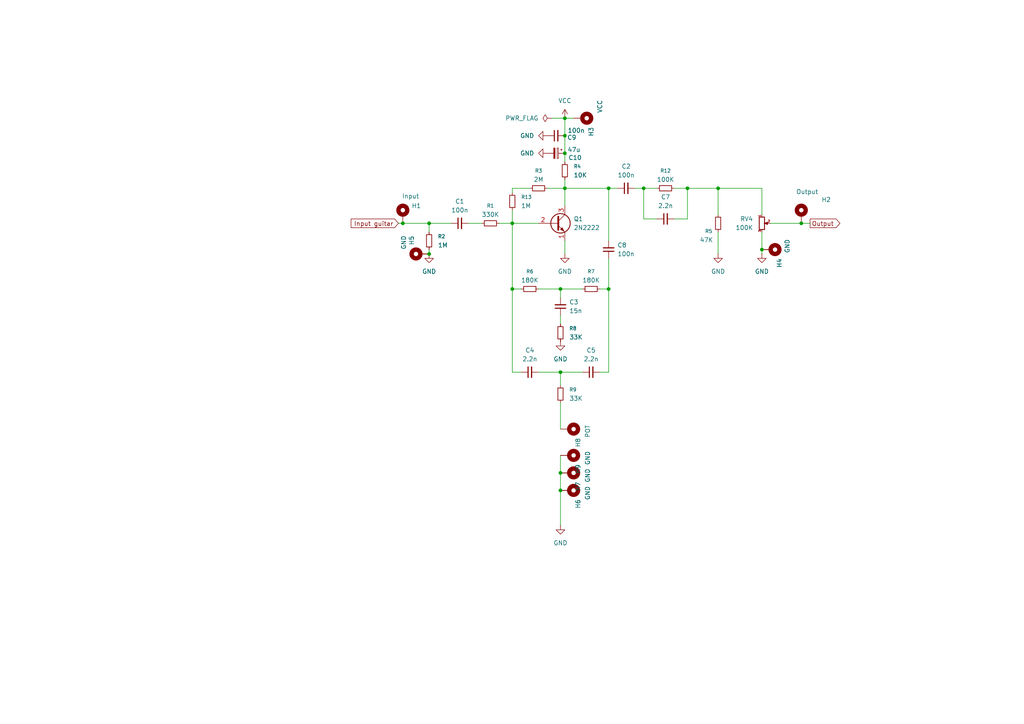
<source format=kicad_sch>
(kicad_sch (version 20250114) (generator "eeschema") (generator_version "9.0")
  (paper "A4")
  (lib_symbols
    (symbol "Device:C_Polarized_Small" (pin_numbers (hide yes)) (pin_names (offset 0.254) (hide yes))
      (property "Reference" "C" (at 0.254 1.778 0))
      (property "Value" "C_Polarized_Small" (at 0.254 -2.032 0))
      (symbol "C_Polarized_Small_0_1"
        (rectangle (start -1.524 0.6858) (end 1.524 0.3048))
        (rectangle (start -1.524 -0.3048) (end 1.524 -0.6858) (fill (type outline)))
        (polyline (pts (xy -1.27 1.524) (xy -0.762 1.524)))
        (polyline (pts (xy -1.016 1.27) (xy -1.016 1.778)))
      )
      (symbol "C_Polarized_Small_1_1"
        (pin passive line (at 0 2.54 270) (length 1.8542) (name "~") (number "1"))
        (pin passive line (at 0 -2.54 90) (length 1.8542) (name "~") (number "2"))
      )
    )
    (symbol "Device:C_Small" (pin_numbers (hide yes)) (pin_names (offset 0.254) (hide yes))
      (property "Reference" "C" (at 0.254 1.778 0))
      (property "Value" "C_Small" (at 0.254 -2.032 0))
      (symbol "C_Small_0_1"
        (polyline (pts (xy -1.524 0.508) (xy 1.524 0.508)) (stroke (width 0.3048)))
        (polyline (pts (xy -1.524 -0.508) (xy 1.524 -0.508)) (stroke (width 0.3302)))
      )
      (symbol "C_Small_1_1"
        (pin passive line (at 0 2.54 270) (length 2.032) (name "~") (number "1"))
        (pin passive line (at 0 -2.54 90) (length 2.032) (name "~") (number "2"))
      )
    )
    (symbol "Device:R_Potentiometer_Small" (pin_names (offset 1.016) (hide yes))
      (property "Reference" "RV" (at -4.445 0 90))
      (property "Value" "R_Potentiometer_Small" (at -2.54 0 90))
      (symbol "R_Potentiometer_Small_0_1"
        (rectangle (start 0.762 1.8034) (end -0.762 -1.8034) (stroke (width 0.254)))
        (polyline (pts (xy 0.889 0) (xy 0.635 0) (xy 1.651 0.381) (xy 1.651 -0.381) (xy 0.635 0) (xy 0.889 0)) (fill (type outline)))
      )
      (symbol "R_Potentiometer_Small_1_1"
        (pin passive line (at 0 2.54 270) (length 0.635) (name "1") (number "1"))
        (pin passive line (at 0 -2.54 90) (length 0.635) (name "3") (number "3"))
        (pin passive line (at 2.54 0 180) (length 0.9906) (name "2") (number "2"))
      )
    )
    (symbol "Device:R_Small" (pin_numbers (hide yes)) (pin_names (offset 0.254) (hide yes))
      (property "Reference" "R" (at 0 0 90))
      (property "Value" "R_Small" (at 1.778 0 90))
      (symbol "R_Small_0_1"
        (rectangle (start -0.762 1.778) (end 0.762 -1.778) (stroke (width 0.2032)))
      )
      (symbol "R_Small_1_1"
        (pin passive line (at 0 2.54 270) (length 0.762) (name "~") (number "1"))
        (pin passive line (at 0 -2.54 90) (length 0.762) (name "~") (number "2"))
      )
    )
    (symbol "Mechanical:MountingHole_Pad" (pin_numbers (hide yes)) (pin_names (offset 1.016) (hide yes)) (in_bom no)
      (property "Reference" "H" (at 0 6.35 0))
      (property "Value" "MountingHole_Pad" (at 0 4.445 0))
      (symbol "MountingHole_Pad_0_1"
        (circle (center 0 1.27) (radius 1.27) (stroke (width 1.27)))
      )
      (symbol "MountingHole_Pad_1_1"
        (pin input line (at 0 -2.54 90) (length 2.54) (name "1") (number "1"))
      )
    )
    (symbol "Transistor_BJT:2N2219" (pin_names (offset 0) (hide yes))
      (property "Reference" "Q" (at 5.08 1.905 0))
      (property "Value" "2N2219" (at 5.08 0 0))
      (symbol "2N2219_0_1"
        (polyline (pts (xy -2.54 0) (xy 0.635 0)))
        (polyline (pts (xy 0.635 1.905) (xy 0.635 -1.905)) (stroke (width 0.508)))
        (circle (center 1.27 0) (radius 2.8194) (stroke (width 0.254)))
      )
      (symbol "2N2219_1_1"
        (polyline (pts (xy 0.635 0.635) (xy 2.54 2.54)))
        (polyline (pts (xy 0.635 -0.635) (xy 2.54 -2.54)))
        (polyline (pts (xy 1.27 -1.778) (xy 1.778 -1.27) (xy 2.286 -2.286) (xy 1.27 -1.778)) (fill (type outline)))
        (pin input line (at -5.08 0 0) (length 2.54) (name "B") (number "2"))
        (pin passive line (at 2.54 5.08 270) (length 2.54) (name "C") (number "3"))
        (pin passive line (at 2.54 -5.08 90) (length 2.54) (name "E") (number "1"))
      )
    )
    (symbol "power:GND" (power) (pin_numbers (hide yes)) (pin_names (offset 0) (hide yes))
      (property "Value" "GND" (at 0 -3.81 0))
      (symbol "GND_0_1"
        (polyline (pts (xy 0 0) (xy 0 -1.27) (xy 1.27 -1.27) (xy 0 -2.54) (xy -1.27 -1.27) (xy 0 -1.27)))
      )
      (symbol "GND_1_1"
        (pin power_in line (at 0 0 270) (length 0) (name "~") (number "1"))
      )
    )
    (symbol "power:PWR_FLAG" (power) (pin_numbers (hide yes)) (pin_names (offset 0) (hide yes))
      (property "Value" "PWR_FLAG" (at 0 3.81 0))
      (symbol "PWR_FLAG_0_0"
        (pin power_out line (at 0 0 90) (length 0) (name "~") (number "1"))
      )
      (symbol "PWR_FLAG_0_1"
        (polyline (pts (xy 0 0) (xy 0 1.27) (xy -1.016 1.905) (xy 0 2.54) (xy 1.016 1.905) (xy 0 1.27)))
      )
    )
    (symbol "power:VCC" (power) (pin_numbers (hide yes)) (pin_names (offset 0) (hide yes))
      (property "Value" "VCC" (at 0 3.556 0))
      (symbol "VCC_0_1"
        (polyline (pts (xy -0.762 1.27) (xy 0 2.54)))
        (polyline (pts (xy 0 2.54) (xy 0.762 1.27)))
        (polyline (pts (xy 0 0) (xy 0 2.54)))
      )
      (symbol "VCC_1_1"
        (pin power_in line (at 0 0 90) (length 0) (name "~") (number "1"))
      )
    )
  )
  (junction (at 124.46 73.66))
  (junction (at 176.53 54.61))
  (junction (at 208.28 54.61))
  (junction (at 148.59 83.82))
  (junction (at 186.69 54.61))
  (junction (at 176.53 83.82))
  (junction (at 163.83 34.29))
  (junction (at 162.56 83.82))
  (junction (at 162.56 142.24))
  (junction (at 220.98 72.39))
  (junction (at 162.56 137.16))
  (junction (at 163.83 54.61))
  (junction (at 124.46 64.77))
  (junction (at 163.83 44.45))
  (junction (at 162.56 107.95))
  (junction (at 163.83 39.37))
  (junction (at 232.41 64.77))
  (junction (at 148.59 64.77))
  (junction (at 199.39 54.61))
  (junction (at 116.84 64.77))
  (wire (pts (xy 163.83 39.37) (xy 163.83 34.29)))
  (wire (pts (xy 173.99 107.95) (xy 176.53 107.95)))
  (wire (pts (xy 186.69 54.61) (xy 190.5 54.61)))
  (wire (pts (xy 153.67 54.61) (xy 148.59 54.61)))
  (wire (pts (xy 220.98 54.61) (xy 208.28 54.61)))
  (wire (pts (xy 199.39 63.5) (xy 199.39 54.61)))
  (wire (pts (xy 160.02 34.29) (xy 163.83 34.29)))
  (wire (pts (xy 148.59 83.82) (xy 151.13 83.82)))
  (wire (pts (xy 163.83 69.85) (xy 163.83 73.66)))
  (wire (pts (xy 162.56 142.24) (xy 162.56 152.4)))
  (wire (pts (xy 163.83 44.45) (xy 163.83 39.37)))
  (wire (pts (xy 184.15 54.61) (xy 186.69 54.61)))
  (wire (pts (xy 148.59 83.82) (xy 148.59 107.95)))
  (wire (pts (xy 162.56 107.95) (xy 162.56 111.76)))
  (wire (pts (xy 220.98 72.39) (xy 220.98 73.66)))
  (wire (pts (xy 156.21 83.82) (xy 162.56 83.82)))
  (wire (pts (xy 148.59 54.61) (xy 148.59 55.88)))
  (wire (pts (xy 162.56 91.44) (xy 162.56 93.98)))
  (wire (pts (xy 176.53 54.61) (xy 179.07 54.61)))
  (wire (pts (xy 223.52 64.77) (xy 232.41 64.77)))
  (wire (pts (xy 163.83 54.61) (xy 163.83 59.69)))
  (wire (pts (xy 163.83 52.07) (xy 163.83 54.61)))
  (wire (pts (xy 151.13 107.95) (xy 148.59 107.95)))
  (wire (pts (xy 135.89 64.77) (xy 139.7 64.77)))
  (wire (pts (xy 148.59 64.77) (xy 148.59 83.82)))
  (wire (pts (xy 186.69 63.5) (xy 186.69 54.61)))
  (wire (pts (xy 220.98 62.23) (xy 220.98 54.61)))
  (wire (pts (xy 162.56 132.08) (xy 162.56 137.16)))
  (wire (pts (xy 208.28 67.31) (xy 208.28 73.66)))
  (wire (pts (xy 208.28 62.23) (xy 208.28 54.61)))
  (wire (pts (xy 116.84 64.77) (xy 124.46 64.77)))
  (wire (pts (xy 163.83 54.61) (xy 176.53 54.61)))
  (wire (pts (xy 124.46 64.77) (xy 130.81 64.77)))
  (wire (pts (xy 124.46 64.77) (xy 124.46 67.31)))
  (wire (pts (xy 195.58 63.5) (xy 199.39 63.5)))
  (wire (pts (xy 163.83 34.29) (xy 166.37 34.29)))
  (wire (pts (xy 232.41 64.77) (xy 234.95 64.77)))
  (wire (pts (xy 162.56 83.82) (xy 168.91 83.82)))
  (wire (pts (xy 115.57 64.77) (xy 116.84 64.77)))
  (wire (pts (xy 190.5 63.5) (xy 186.69 63.5)))
  (wire (pts (xy 148.59 64.77) (xy 156.21 64.77)))
  (wire (pts (xy 162.56 116.84) (xy 162.56 124.46)))
  (wire (pts (xy 199.39 54.61) (xy 208.28 54.61)))
  (wire (pts (xy 162.56 137.16) (xy 162.56 142.24)))
  (wire (pts (xy 220.98 67.31) (xy 220.98 72.39)))
  (wire (pts (xy 124.46 72.39) (xy 124.46 73.66)))
  (wire (pts (xy 163.83 46.99) (xy 163.83 44.45)))
  (wire (pts (xy 162.56 107.95) (xy 168.91 107.95)))
  (wire (pts (xy 162.56 83.82) (xy 162.56 86.36)))
  (wire (pts (xy 199.39 54.61) (xy 195.58 54.61)))
  (wire (pts (xy 176.53 74.93) (xy 176.53 83.82)))
  (wire (pts (xy 173.99 83.82) (xy 176.53 83.82)))
  (wire (pts (xy 176.53 54.61) (xy 176.53 69.85)))
  (wire (pts (xy 156.21 107.95) (xy 162.56 107.95)))
  (wire (pts (xy 144.78 64.77) (xy 148.59 64.77)))
  (wire (pts (xy 148.59 60.96) (xy 148.59 64.77)))
  (wire (pts (xy 176.53 107.95) (xy 176.53 83.82)))
  (wire (pts (xy 158.75 54.61) (xy 163.83 54.61)))
  (global_label "Input guitar" (shape input) (at 115.57 64.77 180) (property "Intersheetrefs" "${INTERSHEET_REFS}" (effects (hide yes))))
  (global_label "Output" (shape output) (at 234.95 64.77 0) (property "Intersheetrefs" "${INTERSHEET_REFS}" (effects (hide yes))))
  (symbol (lib_id "Mechanical:MountingHole_Pad") (at 165.1 142.24 270) (unit 1) (in_bom no)
    (property "Reference" "H6" (at 167.6401 144.78 0) (effects (justify left)))
    (property "Value" "GND" (at 170.434 140.97 0) (effects (justify left)))
    (property "Footprint" "LibraryGabi:TestPoint_Loop_D2.50mm_Drill1.85mm" (effects (hide yes)))
    (property "Description" "Mounting Hole with connection" (effects (hide yes)))
  )
  (symbol (lib_id "Device:C_Small") (at 181.61 54.61 90) (unit 1)
    (property "Reference" "C2" (at 181.6163 48.26 90))
    (property "Value" "100n" (at 181.6163 50.8 90))
    (property "Footprint" "LibraryGabi:C_Rect_L7.0mm_W2.0mm_P5.00mm" (effects (hide yes)))
    (property "Description" "Unpolarized capacitor, small symbol" (effects (hide yes)))
  )
  (symbol (lib_id "Transistor_BJT:2N2219") (at 161.29 64.77 0) (unit 1)
    (property "Reference" "Q1" (at 166.37 63.4999 0) (effects (justify left)))
    (property "Value" "2N2222" (at 166.37 66.0399 0) (effects (justify left)))
    (property "Footprint" "Package_TO_SOT_THT:TO-92L_Inline_Wide" (effects (hide yes)))
    (property "Datasheet" "http://www.onsemi.com/pub_link/Collateral/2N2219-D.PDF" (effects (hide yes)))
    (property "Description" "800mA Ic, 50V Vce, NPN Transistor, TO-39" (effects (hide yes)))
    (property "Sim.Device" "NPN" (effects (hide yes)))
    (property "Sim.Type" "VBIC" (effects (hide yes)))
    (property "Sim.Pins" "1=C 2=B 3=E" (effects (hide yes)))
  )
  (symbol (lib_id "Mechanical:MountingHole_Pad") (at 121.92 73.66 90) (unit 1) (in_bom no)
    (property "Reference" "H5" (at 119.3799 71.12 0) (effects (justify left)))
    (property "Value" "GND" (at 117.094 72.39 0) (effects (justify left)))
    (property "Footprint" "LibraryGabi:TestPoint_Loop_D2.50mm_Drill1.85mm" (effects (hide yes)))
    (property "Description" "Mounting Hole with connection" (effects (hide yes)))
  )
  (symbol (lib_id "power:GND") (at 208.28 73.66 0) (unit 1)
    (property "Reference" "#PWR03" (effects (hide yes)))
    (property "Value" "GND" (at 208.28 78.74 0))
    (property "Description" "Power symbol creates a global label with name \"GND\" , ground" (effects (hide yes)))
  )
  (symbol (lib_id "Mechanical:MountingHole_Pad") (at 223.52 72.39 270) (unit 1) (in_bom no)
    (property "Reference" "H4" (at 226.0601 74.93 0) (effects (justify left)))
    (property "Value" "GND" (at 228.346 69.342 0) (effects (justify left)))
    (property "Footprint" "LibraryGabi:TestPoint_Loop_D2.50mm_Drill1.85mm" (effects (hide yes)))
    (property "Description" "Mounting Hole with connection" (effects (hide yes)))
  )
  (symbol (lib_id "Device:C_Small") (at 171.45 107.95 90) (unit 1)
    (property "Reference" "C5" (at 171.4563 101.6 90))
    (property "Value" "2.2n" (at 171.4563 104.14 90))
    (property "Footprint" "LibraryGabi:C_Rect_L7.0mm_W2.0mm_P5.00mm" (effects (hide yes)))
    (property "Description" "Unpolarized capacitor, small symbol" (effects (hide yes)))
  )
  (symbol (lib_id "Device:C_Small") (at 176.53 72.39 180) (unit 1)
    (property "Reference" "C8" (at 179.07 71.1135 0) (effects (justify right)))
    (property "Value" "100n" (at 179.07 73.6535 0) (effects (justify right)))
    (property "Footprint" "LibraryGabi:C_Rect_L7.0mm_W2.0mm_P5.00mm" (effects (hide yes)))
    (property "Description" "Unpolarized capacitor, small symbol" (effects (hide yes)))
  )
  (symbol (lib_id "Device:R_Small") (at 162.56 114.3 0) (unit 1)
    (property "Reference" "R9" (at 165.1 113.0299 0) (effects (font (size 1.016 1.016)) (justify left)))
    (property "Value" "33K" (at 165.1 115.5699 0) (effects (justify left)))
    (property "Footprint" "LibraryGabi:R_Axial_DIN0207_L6.3mm_D2.5mm_P10.16mm_Horizontal" (effects (hide yes)))
    (property "Description" "Resistor, small symbol" (effects (hide yes)))
  )
  (symbol (lib_id "Device:C_Polarized_Small") (at 161.29 44.45 270) (unit 1)
    (property "Reference" "C10" (at 164.846 45.72 90) (effects (justify left)))
    (property "Value" "47u" (at 164.592 43.434 90) (effects (justify left)))
    (property "Footprint" "LibraryGabi:CP_Radial_D5.0mm_P2.00mm" (effects (hide yes)))
    (property "Description" "Polarized capacitor, small symbol" (effects (hide yes)))
  )
  (symbol (lib_id "Device:R_Small") (at 163.83 49.53 0) (unit 1)
    (property "Reference" "R4" (at 166.37 48.2599 0) (effects (font (size 1.016 1.016)) (justify left)))
    (property "Value" "10K" (at 166.37 50.7999 0) (effects (justify left)))
    (property "Footprint" "LibraryGabi:R_Axial_DIN0207_L6.3mm_D2.5mm_P10.16mm_Horizontal" (effects (hide yes)))
    (property "Description" "Resistor, small symbol" (effects (hide yes)))
  )
  (symbol (lib_id "power:GND") (at 158.75 39.37 270) (unit 1)
    (property "Reference" "#PWR019" (effects (hide yes)))
    (property "Value" "GND" (at 154.94 39.3699 90) (effects (justify right)))
    (property "Description" "Power symbol creates a global label with name \"GND\" , ground" (effects (hide yes)))
  )
  (symbol (lib_id "Device:R_Small") (at 124.46 69.85 0) (unit 1)
    (property "Reference" "R2" (at 127 68.5799 0) (effects (font (size 1.016 1.016)) (justify left)))
    (property "Value" "1M" (at 127 71.1199 0) (effects (justify left)))
    (property "Footprint" "LibraryGabi:R_Axial_DIN0207_L6.3mm_D2.5mm_P10.16mm_Horizontal" (effects (hide yes)))
    (property "Description" "Resistor, small symbol" (effects (hide yes)))
  )
  (symbol (lib_id "power:GND") (at 162.56 99.06 0) (unit 1)
    (property "Reference" "#PWR04" (effects (hide yes)))
    (property "Value" "GND" (at 162.56 104.14 0))
    (property "Description" "Power symbol creates a global label with name \"GND\" , ground" (effects (hide yes)))
  )
  (symbol (lib_id "Device:C_Small") (at 133.35 64.77 90) (unit 1)
    (property "Reference" "C1" (at 133.3563 58.42 90))
    (property "Value" "100n" (at 133.3563 60.96 90))
    (property "Footprint" "LibraryGabi:C_Rect_L7.0mm_W2.0mm_P5.00mm" (effects (hide yes)))
    (property "Description" "Unpolarized capacitor, small symbol" (effects (hide yes)))
  )
  (symbol (lib_id "power:GND") (at 124.46 73.66 0) (unit 1)
    (property "Reference" "#PWR01" (effects (hide yes)))
    (property "Value" "GND" (at 124.46 78.74 0))
    (property "Description" "Power symbol creates a global label with name \"GND\" , ground" (effects (hide yes)))
  )
  (symbol (lib_id "Mechanical:MountingHole_Pad") (at 165.1 137.16 270) (unit 1) (in_bom no)
    (property "Reference" "H7" (at 167.6401 139.7 0) (effects (justify left)))
    (property "Value" "GND" (at 170.434 135.89 0) (effects (justify left)))
    (property "Footprint" "LibraryGabi:TestPoint_Loop_D2.50mm_Drill1.85mm" (effects (hide yes)))
    (property "Description" "Mounting Hole with connection" (effects (hide yes)))
  )
  (symbol (lib_id "Device:R_Small") (at 153.67 83.82 270) (unit 1)
    (property "Reference" "R6" (at 153.67 78.74 90) (effects (font (size 1.016 1.016))))
    (property "Value" "180K" (at 153.67 81.28 90))
    (property "Footprint" "LibraryGabi:R_Axial_DIN0207_L6.3mm_D2.5mm_P10.16mm_Horizontal" (effects (hide yes)))
    (property "Description" "Resistor, small symbol" (effects (hide yes)))
  )
  (symbol (lib_id "Mechanical:MountingHole_Pad") (at 165.1 132.08 270) (unit 1) (in_bom no)
    (property "Reference" "H9" (at 167.6401 134.62 0) (effects (justify left)))
    (property "Value" "GND" (at 170.434 130.81 0) (effects (justify left)))
    (property "Footprint" "LibraryGabi:TestPoint_Loop_D2.50mm_Drill1.85mm" (effects (hide yes)))
    (property "Description" "Mounting Hole with connection" (effects (hide yes)))
  )
  (symbol (lib_id "Device:C_Small") (at 153.67 107.95 90) (unit 1)
    (property "Reference" "C4" (at 153.6763 101.6 90))
    (property "Value" "2.2n" (at 153.6763 104.14 90))
    (property "Footprint" "LibraryGabi:C_Rect_L7.0mm_W2.0mm_P5.00mm" (effects (hide yes)))
    (property "Description" "Unpolarized capacitor, small symbol" (effects (hide yes)))
  )
  (symbol (lib_id "Device:R_Small") (at 142.24 64.77 270) (unit 1)
    (property "Reference" "R1" (at 142.24 59.69 90) (effects (font (size 1.016 1.016))))
    (property "Value" "330K" (at 142.24 62.23 90))
    (property "Footprint" "LibraryGabi:R_Axial_DIN0207_L6.3mm_D2.5mm_P10.16mm_Horizontal" (effects (hide yes)))
    (property "Description" "Resistor, small symbol" (effects (hide yes)))
  )
  (symbol (lib_id "power:GND") (at 158.75 44.45 270) (unit 1)
    (property "Reference" "#PWR020" (effects (hide yes)))
    (property "Value" "GND" (at 154.94 44.4499 90) (effects (justify right)))
    (property "Description" "Power symbol creates a global label with name \"GND\" , ground" (effects (hide yes)))
  )
  (symbol (lib_id "Device:R_Potentiometer_Small") (at 220.98 64.77 0) (unit 1)
    (property "Reference" "RV4" (at 218.44 63.4999 0) (effects (justify right)))
    (property "Value" "100K" (at 218.44 66.0399 0) (effects (justify right)))
    (property "Footprint" "LibraryGabi:Potentiometer_ACP_CA9-H5_Horizontal" (effects (hide yes)))
    (property "Description" "Potentiometer" (effects (hide yes)))
  )
  (symbol (lib_id "power:PWR_FLAG") (at 160.02 34.29 90) (unit 1)
    (property "Reference" "#FLG01" (effects (hide yes)))
    (property "Value" "PWR_FLAG" (at 156.21 34.2899 90) (effects (justify left)))
    (property "Description" "Special symbol for telling ERC where power comes from" (effects (hide yes)))
  )
  (symbol (lib_id "Device:R_Small") (at 208.28 64.77 0) (unit 1)
    (property "Reference" "R5" (at 204.47 67.056 0) (effects (font (size 1.016 1.016)) (justify left)))
    (property "Value" "47K" (at 202.946 69.596 0) (effects (justify left)))
    (property "Footprint" "LibraryGabi:R_Axial_DIN0207_L6.3mm_D2.5mm_P10.16mm_Horizontal" (effects (hide yes)))
    (property "Description" "Resistor, small symbol" (effects (hide yes)))
  )
  (symbol (lib_id "Device:R_Small") (at 193.04 54.61 270) (unit 1)
    (property "Reference" "R12" (at 193.04 49.53 90) (effects (font (size 1.016 1.016))))
    (property "Value" "100K" (at 193.04 52.07 90))
    (property "Footprint" "LibraryGabi:R_Axial_DIN0207_L6.3mm_D2.5mm_P10.16mm_Horizontal" (effects (hide yes)))
    (property "Description" "Resistor, small symbol" (effects (hide yes)))
  )
  (symbol (lib_id "power:GND") (at 163.83 73.66 0) (unit 1)
    (property "Reference" "#PWR02" (effects (hide yes)))
    (property "Value" "GND" (at 163.83 78.74 0))
    (property "Description" "Power symbol creates a global label with name \"GND\" , ground" (effects (hide yes)))
  )
  (symbol (lib_id "Device:R_Small") (at 171.45 83.82 270) (unit 1)
    (property "Reference" "R7" (at 171.45 78.74 90) (effects (font (size 1.016 1.016))))
    (property "Value" "180K" (at 171.45 81.28 90))
    (property "Footprint" "LibraryGabi:R_Axial_DIN0207_L6.3mm_D2.5mm_P10.16mm_Horizontal" (effects (hide yes)))
    (property "Description" "Resistor, small symbol" (effects (hide yes)))
  )
  (symbol (lib_id "Device:R_Small") (at 148.59 58.42 0) (unit 1)
    (property "Reference" "R13" (at 151.13 57.1499 0) (effects (font (size 1.016 1.016)) (justify left)))
    (property "Value" "1M" (at 151.13 59.6899 0) (effects (justify left)))
    (property "Footprint" "LibraryGabi:R_Axial_DIN0207_L6.3mm_D2.5mm_P10.16mm_Horizontal" (effects (hide yes)))
    (property "Description" "Resistor, small symbol" (effects (hide yes)))
  )
  (symbol (lib_id "power:GND") (at 162.56 152.4 0) (unit 1)
    (property "Reference" "#PWR018" (effects (hide yes)))
    (property "Value" "GND" (at 162.56 157.48 0))
    (property "Description" "Power symbol creates a global label with name \"GND\" , ground" (effects (hide yes)))
  )
  (symbol (lib_id "Device:C_Small") (at 161.29 39.37 90) (unit 1)
    (property "Reference" "C9" (at 165.862 39.878 90))
    (property "Value" "100n" (at 167.132 37.846 90))
    (property "Footprint" "Capacitor_THT:C_Disc_D11.0mm_W5.0mm_P5.00mm" (effects (hide yes)))
    (property "Description" "Unpolarized capacitor, small symbol" (effects (hide yes)))
  )
  (symbol (lib_id "power:GND") (at 220.98 73.66 0) (unit 1)
    (property "Reference" "#PWR05" (effects (hide yes)))
    (property "Value" "GND" (at 220.98 78.74 0))
    (property "Description" "Power symbol creates a global label with name \"GND\" , ground" (effects (hide yes)))
  )
  (symbol (lib_id "Device:R_Small") (at 156.21 54.61 270) (unit 1)
    (property "Reference" "R3" (at 156.21 49.53 90) (effects (font (size 1.016 1.016))))
    (property "Value" "2M" (at 156.21 52.07 90))
    (property "Footprint" "LibraryGabi:R_Axial_DIN0207_L6.3mm_D2.5mm_P10.16mm_Horizontal" (effects (hide yes)))
    (property "Description" "Resistor, small symbol" (effects (hide yes)))
  )
  (symbol (lib_id "Device:C_Small") (at 162.56 88.9 180) (unit 1)
    (property "Reference" "C3" (at 165.1 87.6235 0) (effects (justify right)))
    (property "Value" "15n" (at 165.1 90.1635 0) (effects (justify right)))
    (property "Footprint" "LibraryGabi:C_Rect_L7.0mm_W2.0mm_P5.00mm" (effects (hide yes)))
    (property "Description" "Unpolarized capacitor, small symbol" (effects (hide yes)))
  )
  (symbol (lib_id "Device:R_Small") (at 162.56 96.52 0) (unit 1)
    (property "Reference" "R8" (at 165.1 95.2499 0) (effects (font (size 1.016 1.016)) (justify left)))
    (property "Value" "33K" (at 165.1 97.7899 0) (effects (justify left)))
    (property "Footprint" "LibraryGabi:R_Axial_DIN0207_L6.3mm_D2.5mm_P10.16mm_Horizontal" (effects (hide yes)))
    (property "Description" "Resistor, small symbol" (effects (hide yes)))
  )
  (symbol (lib_id "Mechanical:MountingHole_Pad") (at 168.91 34.29 270) (unit 1) (in_bom no)
    (property "Reference" "H3" (at 171.4501 36.83 0) (effects (justify left)))
    (property "Value" "VCC" (at 173.99 28.956 0) (effects (justify left)))
    (property "Footprint" "TestPoint:TestPoint_Loop_D2.50mm_Drill1.0mm_LowProfile" (effects (hide yes)))
    (property "Description" "Mounting Hole with connection" (effects (hide yes)))
  )
  (symbol (lib_id "Mechanical:MountingHole_Pad") (at 165.1 124.46 270) (unit 1) (in_bom no)
    (property "Reference" "H8" (at 167.6401 127 0) (effects (justify left)))
    (property "Value" "POT" (at 170.434 123.19 0) (effects (justify left)))
    (property "Footprint" "TestPoint:TestPoint_Loop_D2.50mm_Drill1.0mm_LowProfile" (effects (hide yes)))
    (property "Description" "Mounting Hole with connection" (effects (hide yes)))
  )
  (symbol (lib_id "Mechanical:MountingHole_Pad") (at 232.41 62.23 0) (unit 1) (in_bom no)
    (property "Reference" "H2" (at 238.252 57.912 0) (effects (justify left)))
    (property "Value" "Output" (at 230.886 55.626 0) (effects (justify left)))
    (property "Footprint" "TestPoint:TestPoint_Loop_D2.50mm_Drill1.0mm_LowProfile" (effects (hide yes)))
    (property "Description" "Mounting Hole with connection" (effects (hide yes)))
  )
  (symbol (lib_id "power:VCC") (at 163.83 34.29 0) (unit 1)
    (property "Reference" "#PWR07" (effects (hide yes)))
    (property "Value" "VCC" (at 163.83 29.21 0))
    (property "Description" "Power symbol creates a global label with name \"VCC\"" (effects (hide yes)))
  )
  (symbol (lib_id "Device:C_Small") (at 193.04 63.5 90) (unit 1)
    (property "Reference" "C7" (at 193.0463 57.15 90))
    (property "Value" "2.2n" (at 193.0463 59.69 90))
    (property "Footprint" "LibraryGabi:C_Rect_L7.0mm_W2.0mm_P5.00mm" (effects (hide yes)))
    (property "Description" "Unpolarized capacitor, small symbol" (effects (hide yes)))
  )
  (symbol (lib_id "Mechanical:MountingHole_Pad") (at 116.84 62.23 0) (unit 1) (in_bom no)
    (property "Reference" "H1" (at 119.38 59.6899 0) (effects (justify left)))
    (property "Value" "Input" (at 116.586 56.896 0) (effects (justify left)))
    (property "Footprint" "TestPoint:TestPoint_Loop_D2.50mm_Drill1.0mm_LowProfile" (effects (hide yes)))
    (property "Description" "Mounting Hole with connection" (effects (hide yes)))
  )
)
</source>
